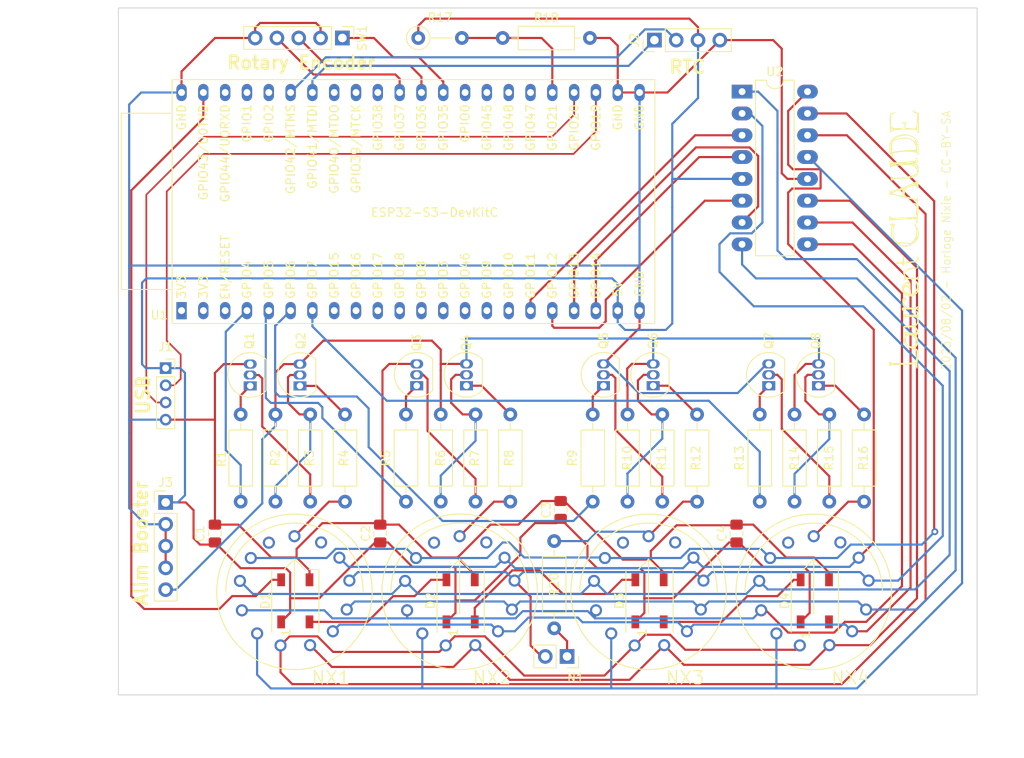
<source format=kicad_pcb>
(kicad_pcb (version 20221018) (generator pcbnew)

  (general
    (thickness 1.6)
  )

  (paper "A4")
  (layers
    (0 "F.Cu" signal)
    (31 "B.Cu" signal)
    (32 "B.Adhes" user "B.Adhesive")
    (33 "F.Adhes" user "F.Adhesive")
    (34 "B.Paste" user)
    (35 "F.Paste" user)
    (36 "B.SilkS" user "B.Silkscreen")
    (37 "F.SilkS" user "F.Silkscreen")
    (38 "B.Mask" user)
    (39 "F.Mask" user)
    (40 "Dwgs.User" user "User.Drawings")
    (41 "Cmts.User" user "User.Comments")
    (42 "Eco1.User" user "User.Eco1")
    (43 "Eco2.User" user "User.Eco2")
    (44 "Edge.Cuts" user)
    (45 "Margin" user)
    (46 "B.CrtYd" user "B.Courtyard")
    (47 "F.CrtYd" user "F.Courtyard")
    (48 "B.Fab" user)
    (49 "F.Fab" user)
    (50 "User.1" user)
    (51 "User.2" user)
    (52 "User.3" user)
    (53 "User.4" user)
    (54 "User.5" user)
    (55 "User.6" user)
    (56 "User.7" user)
    (57 "User.8" user)
    (58 "User.9" user)
  )

  (setup
    (stackup
      (layer "F.SilkS" (type "Top Silk Screen"))
      (layer "F.Paste" (type "Top Solder Paste"))
      (layer "F.Mask" (type "Top Solder Mask") (thickness 0.01))
      (layer "F.Cu" (type "copper") (thickness 0.035))
      (layer "dielectric 1" (type "core") (thickness 1.51) (material "FR4") (epsilon_r 4.5) (loss_tangent 0.02))
      (layer "B.Cu" (type "copper") (thickness 0.035))
      (layer "B.Mask" (type "Bottom Solder Mask") (thickness 0.01))
      (layer "B.Paste" (type "Bottom Solder Paste"))
      (layer "B.SilkS" (type "Bottom Silk Screen"))
      (copper_finish "None")
      (dielectric_constraints no)
    )
    (pad_to_mask_clearance 0)
    (grid_origin 50.8 50.8)
    (pcbplotparams
      (layerselection 0x00010fc_ffffffff)
      (plot_on_all_layers_selection 0x0000000_00000000)
      (disableapertmacros false)
      (usegerberextensions false)
      (usegerberattributes true)
      (usegerberadvancedattributes true)
      (creategerberjobfile true)
      (dashed_line_dash_ratio 12.000000)
      (dashed_line_gap_ratio 3.000000)
      (svgprecision 4)
      (plotframeref false)
      (viasonmask false)
      (mode 1)
      (useauxorigin false)
      (hpglpennumber 1)
      (hpglpenspeed 20)
      (hpglpendiameter 15.000000)
      (dxfpolygonmode true)
      (dxfimperialunits true)
      (dxfusepcbnewfont true)
      (psnegative false)
      (psa4output false)
      (plotreference true)
      (plotvalue true)
      (plotinvisibletext false)
      (sketchpadsonfab false)
      (subtractmaskfromsilk false)
      (outputformat 1)
      (mirror false)
      (drillshape 1)
      (scaleselection 1)
      (outputdirectory "")
    )
  )

  (net 0 "")
  (net 1 "+5V")
  (net 2 "/Horloge Nixie/USB_D-")
  (net 3 "/Horloge Nixie/USB_D+")
  (net 4 "GND")
  (net 5 "/Horloge Nixie/I2C_SCL")
  (net 6 "/Horloge Nixie/I2C_SDA")
  (net 7 "Net-(D1-DOUT)")
  (net 8 "HT")
  (net 9 "/Horloge Nixie/K0")
  (net 10 "/Horloge Nixie/K9")
  (net 11 "/Horloge Nixie/K8")
  (net 12 "/Horloge Nixie/K7")
  (net 13 "/Horloge Nixie/K6")
  (net 14 "/Horloge Nixie/K5")
  (net 15 "/Horloge Nixie/K4")
  (net 16 "/Horloge Nixie/K3")
  (net 17 "/Horloge Nixie/K2")
  (net 18 "/Horloge Nixie/K1")
  (net 19 "/Horloge Nixie/OUT_LEDs")
  (net 20 "Net-(Q1-C)")
  (net 21 "Net-(Q1-B)")
  (net 22 "Net-(Q2-C)")
  (net 23 "Net-(Q2-B)")
  (net 24 "Net-(Q3-C)")
  (net 25 "Net-(Q3-B)")
  (net 26 "Net-(Q4-C)")
  (net 27 "Net-(Q4-B)")
  (net 28 "Net-(Q5-B)")
  (net 29 "Net-(Q5-C)")
  (net 30 "Net-(Q6-B)")
  (net 31 "Net-(Q6-C)")
  (net 32 "Net-(Q7-B)")
  (net 33 "Net-(Q7-C)")
  (net 34 "Net-(Q8-B)")
  (net 35 "Net-(Q8-C)")
  (net 36 "Net-(D2-DOUT)")
  (net 37 "Net-(D3-DOUT)")
  (net 38 "unconnected-(D4-DOUT-Pad2)")
  (net 39 "/Horloge Nixie/A_N1")
  (net 40 "/Horloge Nixie/IN_PHOTO_R")
  (net 41 "unconnected-(U1-3V3-Pad1)")
  (net 42 "unconnected-(U1-CHIP_PU-Pad3)")
  (net 43 "NX1A")
  (net 44 "unconnected-(U1-GPIO15{slash}ADC2_CH4{slash}32K_P-Pad8)")
  (net 45 "unconnected-(U1-GPIO16{slash}ADC2_CH5{slash}32K_N-Pad9)")
  (net 46 "NX2A")
  (net 47 "NX3A")
  (net 48 "NX4A")
  (net 49 "unconnected-(NX1-RHDP-Pad2)")
  (net 50 "unconnected-(NX1-LHDP-Pad13)")
  (net 51 "unconnected-(U1-GPIO0-Pad31)")
  (net 52 "/Horloge Nixie/IN_ENC_A")
  (net 53 "/Horloge Nixie/IN_ENC_B")
  (net 54 "/Horloge Nixie/IN_ENC_SW")
  (net 55 "unconnected-(U1-GPIO38-Pad35)")
  (net 56 "unconnected-(U1-GPIO39{slash}MTCK-Pad36)")
  (net 57 "unconnected-(U1-GPIO40{slash}MTDO-Pad37)")
  (net 58 "unconnected-(U1-GPIO44{slash}U0RXD-Pad42)")
  (net 59 "unconnected-(NX2-RHDP-Pad2)")
  (net 60 "unconnected-(NX2-LHDP-Pad13)")
  (net 61 "unconnected-(NX3-RHDP-Pad2)")
  (net 62 "unconnected-(NX3-LHDP-Pad13)")
  (net 63 "unconnected-(NX4-RHDP-Pad2)")
  (net 64 "unconnected-(NX4-LHDP-Pad13)")
  (net 65 "/Horloge Nixie/BCD_A")
  (net 66 "/Horloge Nixie/BCD_B")
  (net 67 "/Horloge Nixie/BCD_C")
  (net 68 "/Horloge Nixie/BCD_D")
  (net 69 "unconnected-(U1-GPIO17{slash}ADC2_CH6-Pad10)")
  (net 70 "unconnected-(U1-GPIO18{slash}ADC2_CH7-Pad11)")
  (net 71 "unconnected-(U1-GPIO8{slash}ADC1_CH7-Pad12)")
  (net 72 "unconnected-(U1-GPIO3{slash}ADC1_CH2-Pad13)")
  (net 73 "unconnected-(U1-GPIO9{slash}ADC1_CH8-Pad15)")
  (net 74 "unconnected-(U1-GPIO10{slash}ADC1_CH9-Pad16)")
  (net 75 "unconnected-(U1-GPIO2{slash}ADC1_CH1-Pad40)")
  (net 76 "unconnected-(U1-GPIO1{slash}ADC1_CH0-Pad41)")
  (net 77 "/Horloge Nixie/A_N2")
  (net 78 "/Horloge Nixie/A_N3")
  (net 79 "/Horloge Nixie/A_N4")
  (net 80 "unconnected-(U1-GPIO46-Pad14)")
  (net 81 "unconnected-(U1-GPIO47-Pad28)")
  (net 82 "unconnected-(U1-GPIO48-Pad29)")
  (net 83 "unconnected-(U1-GPIO45-Pad30)")
  (net 84 "Net-(N1-A)")

  (footprint "Package_TO_SOT_THT:TO-92_Inline" (layer "F.Cu") (at 132.3276 94.8 90))

  (footprint "Resistor_THT:R_Axial_DIN0207_L6.3mm_D2.5mm_P10.16mm_Horizontal" (layer "F.Cu") (at 114.1376 108.3 90))

  (footprint "LED_SMD:LED_WS2812B_PLCC4_5.0x5.0mm_P3.2mm" (layer "F.Cu") (at 131.9 119.85 90))

  (footprint "Package_DIP:DIP-16_W7.62mm_LongPads" (layer "F.Cu") (at 123.43 60.55))

  (footprint "Package_TO_SOT_THT:TO-92_Inline" (layer "F.Cu") (at 126.5376 94.8 90))

  (footprint "Connector_PinHeader_2.54mm:PinHeader_1x04_P2.54mm_Vertical" (layer "F.Cu") (at 113.22 54.55 90))

  (footprint "Resistor_THT:R_Axial_DIN0207_L6.3mm_D2.5mm_P10.16mm_Horizontal" (layer "F.Cu") (at 77.1876 108.3 90))

  (footprint "Resistor_THT:R_Axial_DIN0207_L6.3mm_D2.5mm_P10.16mm_Horizontal" (layer "F.Cu") (at 106.0376 108.3 90))

  (footprint "Resistor_THT:R_Axial_DIN0207_L6.3mm_D2.5mm_P10.16mm_Horizontal" (layer "F.Cu") (at 129.5376 108.3 90))

  (footprint "Capacitor_SMD:C_0805_2012Metric_Pad1.18x1.45mm_HandSolder" (layer "F.Cu") (at 122.7876 112.0125 90))

  (footprint "Capacitor_SMD:C_0805_2012Metric_Pad1.18x1.45mm_HandSolder" (layer "F.Cu") (at 102.3 109.2625 90))

  (footprint "Package_TO_SOT_THT:TO-92_Inline" (layer "F.Cu") (at 85.5376 94.8 90))

  (footprint "Resistor_THT:R_Axial_DIN0207_L6.3mm_D2.5mm_P10.16mm_Horizontal" (layer "F.Cu") (at 65.0376 108.3 90))

  (footprint "Resistor_THT:R_Axial_DIN0207_L6.3mm_D2.5mm_P10.16mm_Horizontal" (layer "F.Cu") (at 92.3876 108.3 90))

  (footprint "Resistor_THT:R_Axial_DIN0207_L6.3mm_D2.5mm_P10.16mm_Horizontal" (layer "F.Cu") (at 69.0876 108.3 90))

  (footprint "Resistor_THT:R_Axial_DIN0207_L6.3mm_D2.5mm_P10.16mm_Horizontal" (layer "F.Cu") (at 118.1876 108.3 90))

  (footprint "Connector_PinSocket_2.00mm:PinSocket_1x04_P2.00mm_Vertical" (layer "F.Cu") (at 56.3 92.75))

  (footprint "Package_TO_SOT_THT:TO-92_Inline" (layer "F.Cu") (at 71.9376 94.82 90))

  (footprint "LED_SMD:LED_WS2812B_PLCC4_5.0x5.0mm_P3.2mm" (layer "F.Cu") (at 112.65 119.85 90))

  (footprint "Kicad-VFD-Nixies-master:IN-14-mod" (layer "F.Cu") (at 112.5376 118.8))

  (footprint "MountingHole:MountingHole_3.2mm_M3" (layer "F.Cu") (at 146.8 54.8))

  (footprint "PCM_Espressif:ESP32-S3-DevKitC_Laurent" (layer "F.Cu") (at 58.15 86.05 90))

  (footprint "Resistor_THT:R_Axial_DIN0207_L6.3mm_D2.5mm_P10.16mm_Horizontal" (layer "F.Cu") (at 73.1376 108.3 90))

  (footprint "MountingHole:MountingHole_3.2mm_M3" (layer "F.Cu") (at 54.8 126.8))

  (footprint "Resistor_THT:R_Axial_DIN0207_L6.3mm_D2.5mm_P10.16mm_Horizontal" (layer "F.Cu") (at 95.55 54.3))

  (footprint "Resistor_THT:R_Axial_DIN0207_L6.3mm_D2.5mm_P5.08mm_Vertical" (layer "F.Cu") (at 85.72 54.3))

  (footprint "MountingHole:MountingHole_3.2mm_M3" (layer "F.Cu") (at 54.8 54.8))

  (footprint "Package_TO_SOT_THT:TO-92_Inline" (layer "F.Cu") (at 66.1476 94.82 90))

  (footprint "MountingHole:MountingHole_3.2mm_M3" (layer "F.Cu") (at 146.8 126.8))

  (footprint "LED_SMD:LED_WS2812B_PLCC4_5.0x5.0mm_P3.2mm" (layer "F.Cu") (at 71.4 119.85 90))

  (footprint "Kicad-VFD-Nixies-master:IN-14-mod" (layer "F.Cu") (at 131.7752 118.8))

  (footprint "Capacitor_SMD:C_0805_2012Metric_Pad1.18x1.45mm_HandSolder" (layer "F.Cu") (at 81.2876 112.0125 90))

  (footprint "LED_SMD:LED_WS2812B_PLCC4_5.0x5.0mm_P3.2mm" (layer "F.Cu") (at 90.65 119.85 90))

  (footprint "Resistor_THT:R_Axial_DIN0207_L6.3mm_D2.5mm_P10.16mm_Horizontal" (layer "F.Cu") (at 110.0876 108.3 90))

  (footprint "Capacitor_SMD:C_0805_2012Metric_Pad1.18x1.45mm_HandSolder" (layer "F.Cu") (at 62.0376 112.0125 90))

  (footprint "Kicad-VFD-Nixies-master:IN-14-mod" (layer "F.Cu") (at 71.3 118.8))

  (footprint "Package_TO_SOT_THT:TO-92_Inline" (layer "F.Cu") (at 107.2876 94.8 90))

  (footprint "Resistor_THT:R_Axial_DIN0207_L6.3mm_D2.5mm_P10.16mm_Horizontal" (layer "F.Cu") (at 96.4376 108.3 90))

  (footprint "Resistor_THT:R_Axial_DIN0207_L6.3mm_D2.5mm_P10.16mm_Horizontal" (layer "F.Cu") (at 125.4876 108.3 90))

  (footprint "Resistor_THT:R_Axial_DIN0207_L6.3mm_D2.5mm_P10.16mm_Horizontal" (layer "F.Cu") (at 84.2876 108.3 90))

  (footprint "Resistor_THT:R_Axial_DIN0207_L6.3mm_D2.5mm_P10.16mm_Horizontal" (layer "F.Cu") (at 133.5876 108.3 90))

  (footprint "LOGO" (layer "F.Cu")
    (tstamp e3237729-42f3-49cb-adfd-ffac5d7d434a)
    (at 142.3 77.8 90)
    (attr board_only exclude_from_pos_files exclude_from_bom)
    (fp_text reference "G***" (at 0 0 90) (layer "F.SilkS") hide
        (effects (font (size 1.5 1.5) (thickness 0.3)))
      (tstamp 63b48d59-1c5e-4b1b-8680-41dafb9c3b24)
    )
    (fp_text value "LOGO" (at 0.75 0 90) (layer "F.SilkS") hide
        (effects (font (size 1.5 1.5) (thickness 0.3)))
      (tstamp 342c5d94-43e2-4bbd-888b-572d7f1d0f88)
    )
    (fp_poly
      (pts
        (xy -2.705325 -1.034486)
        (xy -2.632368 -0.969124)
        (xy -2.588049 -0.792428)
        (xy -2.570066 -0.581666)
        (xy -2.547529 -0.150296)
        (xy -2.175539 -0.150296)
        (xy -1.962434 -0.13665)
        (xy -1.827846 -0.101794)
        (xy -1.80355 -0.075148)
        (xy -1.871125 -0.032231)
        (xy -2.04386 -0.005027)
        (xy -2.178264 0)
        (xy -2.552979 0)
        (xy -2.548047 0.469674)
        (xy -2.530403 0.786763)
        (xy -2.490323 1.09988)
        (xy -2.455814 1.264499)
        (xy -2.3936 1.463889)
        (xy -2.326718 1.550473)
        (xy -2.219571 1.558527)
        (xy -2.16118 1.548183)
        (xy -1.998495 1.5426)
        (xy -1.959899 1.591168)
        (xy -2.055426 1.659035)
        (xy -2.122929 1.681038)
        (xy -2.303397 1.719402)
        (xy -2.409264 1.688456)
        (xy -2.509681 1.56275)
        (xy -2.530609 1.531004)
        (xy -2.611926 1.331333)
        (xy -2.666077 1.01378)
        (xy -2.691829 0.666803)
        (xy -2.711765 0.335687)
        (xy -2.742232 0.128682)
        (xy -2.796863 0.019638)
        (xy -2.88929 -0.017597)
        (xy -3.033144 -0.009175)
        (xy -3.043491 -0.007818)
        (xy -3.047324 -0.041327)
        (xy -2.956145 -0.136356)
        (xy -2.942248 -0.148391)
        (xy -2.8351 -0.264968)
        (xy -2.789421 -0.407904)
        (xy -2.789134 -0.633788)
        (xy -2.791952 -0.67744)
        (xy -2.799224 -0.904755)
        (xy -2.775252 -1.014055)
        (xy -2.712666 -1.035713)
      )

      (stroke (width 0) (type solid)) (fill solid) (layer "F.SilkS") (tstamp f5b0c0d8-5e94-4825-bb74-6fe4337fd6bc))
    (fp_poly
      (pts
        (xy -3.533466 -0.046818)
        (xy -3.424593 0.127939)
        (xy -3.344705 0.412148)
        (xy -3.286868 0.818287)
        (xy -3.24415 1.358836)
        (xy -3.234585 1.524389)
        (xy -3.177406 1.540559)
        (xy -3.081065 1.502958)
        (xy -2.964753 1.460826)
        (xy -2.930937 1.519284)
        (xy -2.930769 1.529124)
        (xy -2.991787 1.63154)
        (xy -3.126032 1.680448)
        (xy -3.260292 1.656164)
        (xy -3.293755 1.626709)
        (xy -3.33531 1.510653)
        (xy -3.375851 1.294248)
        (xy -3.403157 1.059353)
        (xy -3.473708 0.661417)
        (xy -3.601286 0.358798)
        (xy -3.773826 0.165395)
        (xy -3.979259 0.095106)
        (xy -4.190145 0.152905)
        (xy -4.294298 0.221415)
        (xy -4.357731 0.308032)
        (xy -4.392611 0.450318)
        (xy -4.411104 0.685832)
        (xy -4.418267 0.857217)
        (xy -4.423098 1.180053)
        (xy -4.404642 1.390669)
        (xy -4.357549 1.526068)
        (xy -4.312685 1.5873)
        (xy -4.239549 1.679607)
        (xy -4.264113 1.719178)
        (xy -4.409983 1.728278)
        (xy -4.462298 1.728402)
        (xy -4.639491 1.720245)
        (xy -4.696929 1.681068)
        (xy -4.669866 1.603156)
        (xy -4.558974 1.603156)
        (xy -4.548659 1.647831)
        (xy -4.508875 1.653254)
        (xy -4.44702 1.625759)
        (xy -4.458777 1.603156)
        (xy -4.54796 1.594162)
        (xy -4.558974 1.603156)
        (xy -4.669866 1.603156)
        (xy -4.664886 1.588818)
        (xy -4.661815 1.583047)
        (xy -4.624926 1.445998)
        (xy -4.599966 1.221053)
        (xy -4.587006 0.947431)
        (xy -4.586119 0.664351)
        (xy -4.597378 0.411034)
        (xy -4.620854 0.226699)
        (xy -4.656621 0.150566)
        (xy -4.659171 0.150296)
        (xy -4.730774 0.107719)
        (xy -4.712742 0.037326)
        (xy -3.819633 0.037326)
        (xy -3.719172 0.102573)
        (xy -3.60736 0.198656)
        (xy -3.512693 0.350424)
        (xy -3.442671 0.473859)
        (xy -3.403036 0.459785)
        (xy -3.39587 0.43162)
        (xy -3.410266 0.266342)
        (xy -3.449673 0.163621)
        (xy -3.581208 0.026067)
        (xy -3.679868 -0.021152)
        (xy -3.809044 -0.022544)
        (xy -3.819633 0.037326)
        (xy -4.712742 0.037326)
        (xy -4.708229 0.019707)
        (xy -4.614013 -0.050883)
        (xy -4.48386 -0.04743)
        (xy -4.439433 -0.009232)
        (xy -4.360818 0.033897)
        (xy -4.202921 -0.000318)
        (xy -4.103336 -0.039169)
        (xy -3.865904 -0.117893)
        (xy -3.678259 -0.124602)
      )

      (stroke (width 0) (type solid)) (fill solid) (layer "F.SilkS") (tstamp 6c10ae99-569f-4546-b9f3-a735b8b53845))
    (fp_poly
      (pts
        (xy 2.668113 -1.711736)
        (xy 2.772809 -1.6701)
        (xy 2.780474 -1.653255)
        (xy 2.718979 -1.588121)
        (xy 2.658165 -1.578107)
        (xy 2.616169 -1.566032)
        (xy 2.586633 -1.516903)
        (xy 2.568655 -1.411356)
        (xy 2.56133 -1.230033)
        (xy 2.563755 -0.953572)
        (xy 2.575028 -0.562613)
        (xy 2.590675 -0.131509)
        (xy 2.608859 0.318156)
        (xy 2.627028 0.713516)
        (xy 2.643924 1.031118)
        (xy 2.65829 1.247512)
        (xy 2.66887 1.339244)
        (xy 2.669588 1.340578)
        (xy 2.752101 1.356191)
        (xy 2.934976 1.367297)
        (xy 3.056456 1.370066)
        (xy 3.31109 1.385332)
        (xy 3.527354 1.419107)
        (xy 3.587565 1.436368)
        (xy 3.833929 1.459146)
        (xy 4.040887 1.345859)
        (xy 4.179432 1.120219)
        (xy 4.271998 0.864201)
        (xy 4.277715 1.104896)
        (xy 4.253603 1.34419)
        (xy 4.196222 1.536996)
        (xy 4.112661 1.650207)
        (xy 3.97333 1.710126)
        (xy 3.752736 1.719724)
        (xy 3.425385 1.68197)
        (xy 3.231361 1.649418)
        (xy 2.969652 1.616207)
        (xy 2.63974 1.59209)
        (xy 2.385947 1.583677)
        (xy 2.101118 1.56737)
        (xy 1.93103 1.530867)
        (xy 1.88505 1.481624)
        (xy 1.972544 1.4271)
        (xy 2.137674 1.386037)
        (xy 2.396649 1.337453)
        (xy 2.385739 0.826627)
        (xy 2.479882 0.826627)
        (xy 2.507377 0.888482)
        (xy 2.529981 0.876726)
        (xy 2.538974 0.787543)
        (xy 2.529981 0.776528)
        (xy 2.485305 0.786844)
        (xy 2.479882 0.826627)
        (xy 2.385739 0.826627)
        (xy 2.378516 0.488461)
        (xy 2.494532 0.488461)
        (xy 2.502655 0.616801)
        (xy 2.526179 0.6281)
        (xy 2.529174 0.6214)
        (xy 2.54404 0.472218)
        (xy 2.531959 0.395957)
        (xy 2.508038 0.365311)
        (xy 2.495028 0.465125)
        (xy 2.494532 0.488461)
        (xy 2.378516 0.488461)
        (xy 2.366878 -0.056448)
        (xy 2.352098 -0.555444)
        (xy 2.331499 -0.970468)
        (xy 2.306415 -1.283442)
        (xy 2.278179 -1.47629)
        (xy 2.258198 -1.529258)
        (xy 2.25073 -1.540533)
        (xy 2.404734 -1.540533)
        (xy 2.442308 -1.502959)
        (xy 2.479882 -1.540533)
        (xy 2.442308 -1.578107)
        (xy 2.404734 -1.540533)
        (xy 2.25073 -1.540533)
        (xy 2.184496 -1.640531)
        (xy 2.242063 -1.70466)
        (xy 2.437994 -1.728021)
        (xy 2.479882 -1.728402)
      )

      (stroke (width 0) (type solid)) (fill solid) (layer "F.SilkS") (tstamp 37ad1760-27d3-4cfb-895e-558491f29e0b))
    (fp_poly
      (pts
        (xy -5.26438 -0.15966)
        (xy -5.171363 -0.08467)
        (xy -5.001036 0.105381)
        (xy -4.934697 0.303435)
        (xy -4.929704 0.401287)
        (xy -4.942524 0.593808)
        (xy -4.97398 0.713691)
        (xy -4.979944 0.721562)
        (xy -5.073358 0.744057)
        (xy -5.278907 0.760536)
        (xy -5.558471 0.768403)
        (xy -5.671305 0.768621)
        (xy -5.995101 0.775592)
        (xy -6.215162 0.798532)
        (xy -6.310225 0.834991)
        (xy -6.312426 0.842448)
        (xy -6.262995 0.934634)
        (xy -6.135854 1.089737)
        (xy -6.020675 1.211208)
        (xy -5.74465 1.427433)
        (xy -5.479289 1.501425)
        (xy -5.202244 1.437579)
        (xy -5.110059 1.390237)
        (xy -4.925488 1.298332)
        (xy -4.834148 1.296807)
        (xy -4.809468 1.385285)
        (xy -4.809467 1.385975)
        (xy -4.879337 1.538533)
        (xy -5.073016 1.652609)
        (xy -5.366607 1.717508)
        (xy -5.574503 1.728402)
        (xy -5.834031 1.718982)
        (xy -6.01092 1.67307)
        (xy -6.172492 1.564192)
        (xy -6.309262 1.439446)
        (xy -6.49289 1.246218)
        (xy -6.538821 1.164793)
        (xy -6.35 1.164793)
        (xy -6.206844 1.333876)
        (xy -6.080176 1.455765)
        (xy -5.987662 1.502958)
        (xy -5.937168 1.489003)
        (xy -5.942948 1.483371)
        (xy -6.017854 1.427469)
        (xy -6.155873 1.319264)
        (xy -6.16213 1.314288)
        (xy -6.35 1.164793)
        (xy -6.538821 1.164793)
        (xy -6.584165 1.084407)
        (xy -6.612368 0.897144)
        (xy -6.613017 0.849477)
        (xy -6.584983 0.598755)
        (xy -6.282337 0.598755)
        (xy -6.214145 0.63201)
        (xy -6.069174 0.621812)
        (xy -5.838929 0.590086)
        (xy -5.654881 0.558104)
        (xy -5.524372 0.487002)
        (xy -5.487344 0.328964)
        (xy -5.335503 0.328964)
        (xy -5.312425 0.527728)
        (xy -5.238417 0.600137)
        (xy -5.223623 0.601183)
        (xy -5.137828 0.538394)
        (xy -5.127682 0.408588)
        (xy -5.175171 0.230633)
        (xy -5.239562 0.136368)
        (xy -5.303673 0.114641)
        (xy -5.331582 0.20661)
        (xy -5.335503 0.328964)
        (xy -5.487344 0.328964)
        (xy -5.48584 0.322547)
        (xy -5.485799 0.314189)
        (xy -5.53026 0.092835)
        (xy -5.645308 -0.020984)
        (xy -5.803435 -0.033606)
        (xy -5.977132 0.048634)
        (xy -6.138895 0.2194)
        (xy -6.261214 0.472354)
        (xy -6.268006 0.494377)
        (xy -6.282337 0.598755)
        (xy -6.584983 0.598755)
        (xy -6.567894 0.445922)
        (xy -6.423934 0.138565)
        (xy -6.168256 -0.099692)
        (xy -6.15871 -0.106065)
        (xy -5.832418 -0.265993)
        (xy -5.539871 -0.283978)
      )

      (stroke (width 0) (type solid)) (fill solid) (layer "F.SilkS") (tstamp 105311d5-d53d-427a-8d7b-3ac711584b84))
    (fp_poly
      (pts
        (xy 5.427728 -1.714307)
        (xy 5.567375 -1.689905)
        (xy 5.651031 -1.625763)
        (xy 5.707267 -1.483621)
        (xy 5.753893 -1.277515)
        (xy 5.836768 -0.955616)
        (xy 5.963671 -0.556585)
        (xy 6.120295 -0.117236)
        (xy 6.292328 0.325616)
        (xy 6.465462 0.735158)
        (xy 6.625386 1.074574)
        (xy 6.75779 1.307051)
        (xy 6.759463 1.309492)
        (xy 6.995978 1.653254)
        (xy 6.748137 1.65428)
        (xy 6.524912 1.666422)
        (xy 6.35 1.692832)
        (xy 6.176549 1.693224)
        (xy 6.095536 1.662259)
        (xy 6.040991 1.594485)
        (xy 6.099289 1.504175)
        (xy 6.151897 1.456711)
        (xy 6.254648 1.350681)
        (xy 6.268482 1.315089)
        (xy 6.387574 1.315089)
        (xy 6.425148 1.352663)
        (xy 6.462722 1.315089)
        (xy 6.425148 1.277515)
        (xy 6.387574 1.315089)
        (xy 6.268482 1.315089)
        (xy 6.300075 1.233807)
        (xy 6.288186 1.070345)
        (xy 6.218988 0.824554)
        (xy 6.152077 0.628702)
        (xy 6.060754 0.380321)
        (xy 5.983676 0.238511)
        (xy 5.885917 0.16782)
        (xy 5.732552 0.132795)
        (xy 5.652366 0.121454)
        (xy 5.355918 0.085182)
        (xy 5.175237 0.083186)
        (xy 5.077752 0.125536)
        (xy 5.030898 0.222298)
        (xy 5.012128 0.319379)
        (xy 4.968212 0.527111)
        (xy 4.896261 0.805698)
        (xy 4.837509 1.00913)
        (xy 4.766471 1.272144)
        (xy 4.751207 1.421862)
        (xy 4.789371 1.483589)
        (xy 4.793366 1.485067)
        (xy 4.889716 1.54595)
        (xy 4.861733 1.603927)
        (xy 4.734388 1.638826)
        (xy 4.602811 1.639004)
        (xy 4.431678 1.606891)
        (xy 4.354952 1.5559)
        (xy 4.356359 1.540532)
        (xy 4.449312 1.483005)
        (xy 4.479141 1.485462)
        (xy 4.532639 1.422784)
        (xy 4.607849 1.223241)
        (xy 4.701137 0.898112)
        (xy 4.806029 0.470965)
        (xy 4.90342 0.060004)
        (xy 4.962567 -0.179141)
        (xy 5.116352 -0.179141)
        (xy 5.189062 -0.157143)
        (xy 5.268069 -0.175184)
        (xy 5.490736 -0.215011)
        (xy 5.625671 -0.224418)
        (xy 5.73932 -0.23897)
        (xy 5.776125 -0.30943)
        (xy 5.755554 -0.478748)
        (xy 5.751306 -0.501621)
        (xy 5.691599 -0.746751)
        (xy 5.609724 -0.994752)
        (xy 5.522258 -1.203746)
        (xy 5.445777 -1.331854)
        (xy 5.41445 -1.352663)
        (xy 5.370584 -1.285624)
        (xy 5.312972 -1.111759)
        (xy 5.265856 -0.920562)
        (xy 5.206775 -0.650101)
        (xy 5.154423 -0.41447)
        (xy 5.130102 -0.307719)
        (xy 5.116352 -0.179141)
        (xy 4.962567 -0.179141)
        (xy 5.000266 -0.33157)
        (xy 5.086436 -0.663867)
        (xy 5.1518 -0.896997)
        (xy 5.161055 -0.926865)
        (xy 5.221302 -1.189056)
        (xy 5.239917 -1.431898)
        (xy 5.231855 -1.513953)
        (xy 5.228465 -1.540533)
        (xy 5.410651 -1.540533)
        (xy 5.448225 -1.502959)
        (xy 5.485799 -1.540533)
        (xy 5.448225 -1.578107)
        (xy 5.410651 -1.540533)
        (xy 5.228465 -1.540533)
        (xy 5.212414 -1.666403)
        (xy 5.265571 -1.720073)
      )

      (stroke (width 0) (type solid)) (fill solid) (layer "F.SilkS") (tstamp 1d4a7870-0ee0-4ed2-a39b-af1acb471961))
    (fp_poly
      (pts
        (xy 1.853764 -1.589654)
        (xy 1.875918 -1.439852)
        (xy 1.86977 -1.265342)
        (xy 1.83508 -1.127622)
        (xy 1.805758 -1.091009)
        (xy 1.696408 -1.092486)
        (xy 1.523205 -1.154918)
        (xy 1.494095 -1.169377)
        (xy 1.292334 -1.241342)
        (xy 1.025879 -1.270505)
        (xy 0.703096 -1.264935)
        (xy 0.400723 -1.242604)
        (xy 0.202499 -1.203649)
        (xy 0.062298 -1.134107)
        (xy -0.048991 -1.037238)
        (xy -0.141005 -0.931321)
        (xy -0.205509 -0.808644)
        (xy -0.25193 -0.635082)
        (xy -0.289697 -0.376512)
        (xy -0.324277 -0.040834)
        (xy -0.399755 0.755762)
        (xy -0.181091 0.98832)
        (xy 0.134019 1.244404)
        (xy 0.504793 1.386415)
        (xy 0.937955 1.427811)
        (xy 1.330251 1.38988)
        (xy 1.617795 1.280254)
        (xy 1.746039 1.164793)
        (xy 1.795904 1.136464)
        (xy 1.8024 1.171933)
        (xy 1.736816 1.301695)
        (xy 1.55364 1.457494)
        (xy 1.300034 1.606618)
        (xy 1.004453 1.695316)
        (xy 0.640111 1.717838)
        (xy 0.274496 1.671457)
        (xy 0.198582 1.651135)
        (xy -0.010406 1.549805)
        (xy -0.116216 1.465384)
        (xy 0.225444 1.465384)
        (xy 0.263018 1.502958)
        (xy 0.300592 1.465384)
        (xy 0.263018 1.427811)
        (xy 0.225444 1.465384)
        (xy -0.116216 1.465384)
        (xy -0.210403 1.390237)
        (xy 0.075148 1.390237)
        (xy 0.112722 1.427811)
        (xy 0.150296 1.390237)
        (xy 0.112722 1.352663)
        (xy 0.075148 1.390237)
        (xy -0.210403 1.390237)
        (xy -0.210688 1.39001)
        (xy -0.374653 1.204516)
        (xy -0.474688 1.026089)
        (xy -0.475247 1.016977)
        (xy -0.353597 1.016977)
        (xy -0.25848 1.125183)
        (xy -0.231131 1.154915)
        (xy -0.086354 1.304508)
        (xy -0.024241 1.344666)
        (xy -0.032173 1.282184)
        (xy -
... [147742 chars truncated]
</source>
